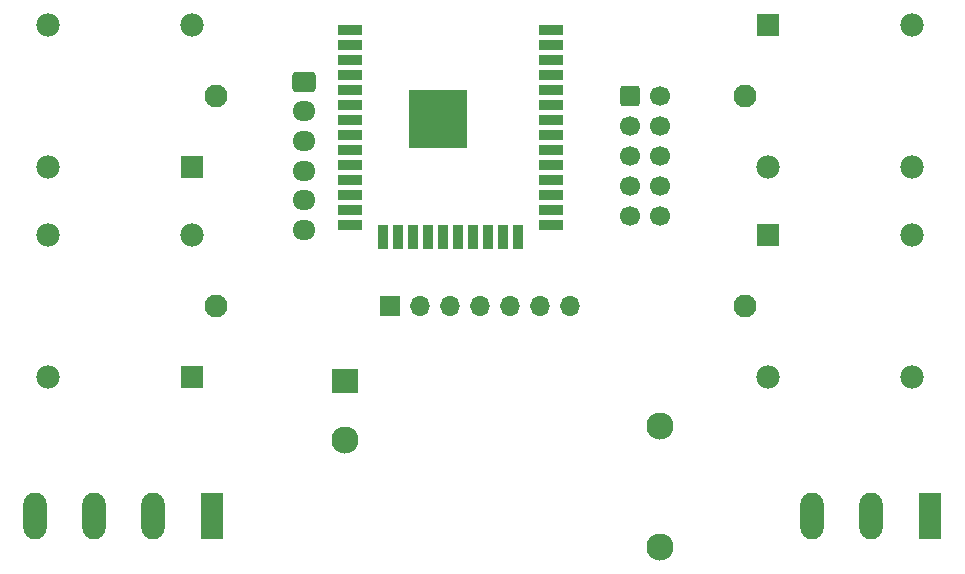
<source format=gbr>
%TF.GenerationSoftware,KiCad,Pcbnew,(6.0.4)*%
%TF.CreationDate,2022-04-18T16:03:53+05:30*%
%TF.ProjectId,esp32 switch,65737033-3220-4737-9769-7463682e6b69,rev?*%
%TF.SameCoordinates,Original*%
%TF.FileFunction,Soldermask,Top*%
%TF.FilePolarity,Negative*%
%FSLAX46Y46*%
G04 Gerber Fmt 4.6, Leading zero omitted, Abs format (unit mm)*
G04 Created by KiCad (PCBNEW (6.0.4)) date 2022-04-18 16:03:53*
%MOMM*%
%LPD*%
G01*
G04 APERTURE LIST*
G04 Aperture macros list*
%AMRoundRect*
0 Rectangle with rounded corners*
0 $1 Rounding radius*
0 $2 $3 $4 $5 $6 $7 $8 $9 X,Y pos of 4 corners*
0 Add a 4 corners polygon primitive as box body*
4,1,4,$2,$3,$4,$5,$6,$7,$8,$9,$2,$3,0*
0 Add four circle primitives for the rounded corners*
1,1,$1+$1,$2,$3*
1,1,$1+$1,$4,$5*
1,1,$1+$1,$6,$7*
1,1,$1+$1,$8,$9*
0 Add four rect primitives between the rounded corners*
20,1,$1+$1,$2,$3,$4,$5,0*
20,1,$1+$1,$4,$5,$6,$7,0*
20,1,$1+$1,$6,$7,$8,$9,0*
20,1,$1+$1,$8,$9,$2,$3,0*%
G04 Aperture macros list end*
%ADD10R,2.300000X2.000000*%
%ADD11C,2.300000*%
%ADD12R,1.700000X1.700000*%
%ADD13O,1.700000X1.700000*%
%ADD14R,2.000000X0.900000*%
%ADD15R,0.900000X2.000000*%
%ADD16R,5.000000X5.000000*%
%ADD17R,1.980000X3.960000*%
%ADD18O,1.980000X3.960000*%
%ADD19R,1.980000X1.980000*%
%ADD20C,1.980000*%
%ADD21C,1.935000*%
%ADD22RoundRect,0.250000X-0.725000X0.600000X-0.725000X-0.600000X0.725000X-0.600000X0.725000X0.600000X0*%
%ADD23O,1.950000X1.700000*%
%ADD24RoundRect,0.250000X-0.600000X-0.600000X0.600000X-0.600000X0.600000X0.600000X-0.600000X0.600000X0*%
%ADD25C,1.700000*%
G04 APERTURE END LIST*
D10*
%TO.C,PS1*%
X120650000Y-87670000D03*
D11*
X120650000Y-92670000D03*
X147320000Y-91480000D03*
X147320000Y-101680000D03*
%TD*%
D12*
%TO.C,J6*%
X124460000Y-81280000D03*
D13*
X127000000Y-81280000D03*
X129540000Y-81280000D03*
X132080000Y-81280000D03*
X134620000Y-81280000D03*
X137160000Y-81280000D03*
X139700000Y-81280000D03*
%TD*%
D14*
%TO.C,U2*%
X121040000Y-57955000D03*
X121040000Y-59225000D03*
X121040000Y-60495000D03*
X121040000Y-61765000D03*
X121040000Y-63035000D03*
X121040000Y-64305000D03*
X121040000Y-65575000D03*
X121040000Y-66845000D03*
X121040000Y-68115000D03*
X121040000Y-69385000D03*
X121040000Y-70655000D03*
X121040000Y-71925000D03*
X121040000Y-73195000D03*
X121040000Y-74465000D03*
D15*
X123825000Y-75465000D03*
X125095000Y-75465000D03*
X126365000Y-75465000D03*
X127635000Y-75465000D03*
X128905000Y-75465000D03*
X130175000Y-75465000D03*
X131445000Y-75465000D03*
X132715000Y-75465000D03*
X133985000Y-75465000D03*
X135255000Y-75465000D03*
D14*
X138040000Y-74465000D03*
X138040000Y-73195000D03*
X138040000Y-71925000D03*
X138040000Y-70655000D03*
X138040000Y-69385000D03*
X138040000Y-68115000D03*
X138040000Y-66845000D03*
X138040000Y-65575000D03*
X138040000Y-64305000D03*
X138040000Y-63035000D03*
X138040000Y-61765000D03*
X138040000Y-60495000D03*
X138040000Y-59225000D03*
X138040000Y-57955000D03*
D16*
X128540000Y-65455000D03*
%TD*%
D17*
%TO.C,J1*%
X109360000Y-99060000D03*
D18*
X104360000Y-99060000D03*
X99360000Y-99060000D03*
X94360000Y-99060000D03*
%TD*%
D19*
%TO.C,K3*%
X156460000Y-57500000D03*
D20*
X156460000Y-69500000D03*
D21*
X154460000Y-63500000D03*
D20*
X168660000Y-57500000D03*
X168660000Y-69500000D03*
%TD*%
D17*
%TO.C,J2*%
X170180000Y-99060000D03*
D18*
X165180000Y-99060000D03*
X160180000Y-99060000D03*
%TD*%
D19*
%TO.C,K1*%
X107700000Y-87280000D03*
D20*
X107700000Y-75280000D03*
D21*
X109700000Y-81280000D03*
D20*
X95500000Y-87280000D03*
X95500000Y-75280000D03*
%TD*%
D22*
%TO.C,J5*%
X117140000Y-62330000D03*
D23*
X117140000Y-64830000D03*
X117140000Y-67330000D03*
X117140000Y-69830000D03*
X117140000Y-72330000D03*
X117140000Y-74830000D03*
%TD*%
D19*
%TO.C,K4*%
X156460000Y-75280000D03*
D20*
X156460000Y-87280000D03*
D21*
X154460000Y-81280000D03*
D20*
X168660000Y-75280000D03*
X168660000Y-87280000D03*
%TD*%
D24*
%TO.C,J4*%
X144780000Y-63500000D03*
D25*
X147320000Y-63500000D03*
X144780000Y-66040000D03*
X147320000Y-66040000D03*
X144780000Y-68580000D03*
X147320000Y-68580000D03*
X144780000Y-71120000D03*
X147320000Y-71120000D03*
X144780000Y-73660000D03*
X147320000Y-73660000D03*
%TD*%
D19*
%TO.C,K2*%
X107700000Y-69500000D03*
D20*
X107700000Y-57500000D03*
D21*
X109700000Y-63500000D03*
D20*
X95500000Y-69500000D03*
X95500000Y-57500000D03*
%TD*%
M02*

</source>
